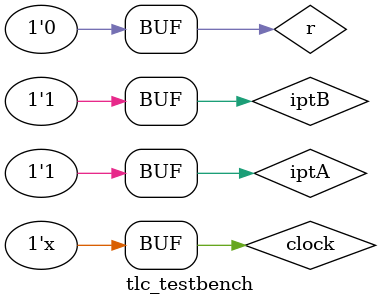
<source format=v>

module tlc(clk,rst,inpA,inpB,outpA,outpB);

  input clk,rst,inpA,inpB;
  output reg[2:0] outpA,outpB;
  reg[2:0]state;
  
  parameter S0=0,S1=1,S2=2,S3=3,S4=4,S5=5;
  
  always@(posedge clk or posedge rst)

    begin
    
    if(rst)
      begin
      state<=S0;
      outpA=3'b010;
      outpB=3'b100;
      end
    
    else
      case(state)
    
        S0:if(inpA)
        begin
          state<=S0;
          outpA=3'b010;
          outpB=3'b100;
        end
        else
        begin
          state<=S1;
          outpA=3'b001;
          outpB=3'b001;
        end
        
        S1:if(1)
        begin
          state<=S2;
          outpA=3'b001;
          outpB=3'b001;
        end
        
        S2:if(1)
        begin
          state<=S3;
          outpA=3'b100;
          outpB=3'b010;
        end

       S3:if(inpB)
        begin
          state<=S3;
          outpA=3'b100;
          outpB=3'b010;
        end
        else
        begin
          state<=S4;
          outpA=3'b001;
          outpB=3'b001;
        end

        S4:if(1)
        begin
          state<=S5;
          outpA=3'b001;
          outpB=3'b001;
        end
  
        S5:if(1)
        begin
          state<=S0;
          outpA=3'b010;
          outpB=3'b100;
        end
        
      endcase
    end
    
endmodule


`timescale 10ns/1ps
module tlc_testbench;

reg clock,r;
reg iptA,iptB;
wire [2:0] outpA,outpB;

tlc uut (clock,r,iptA,iptB,outpA,outpB);

initial begin

clock = 0;
r = 1;
iptA=1;
iptB=0;
#60 r=0;

$dumpfile ("tlc.vcd"); 
$dumpvars(0,tlc_testbench);

iptA=1;
#20 iptA=0;
#20 iptB=0;
#20 iptA=1;
#20 iptB=0;
#20 iptA=1;
#20 iptA=0;
#20 iptA=0;
#20 iptB=1;
#20 iptB=0;
#20 iptB=1;
#20 iptA=0;
#20 iptB=0;
#20 iptB=1;
#20 iptA=0;
#20 iptA=1;

end

always

#3 clock = ~clock;

endmodule


  

</source>
